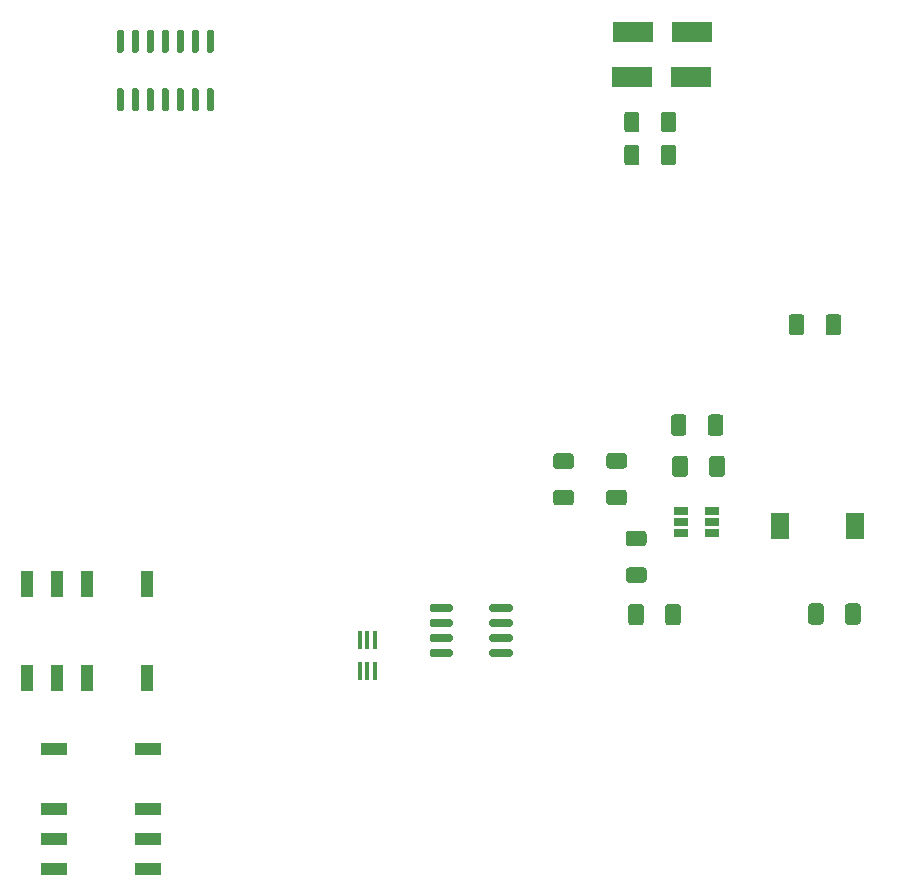
<source format=gbr>
%TF.GenerationSoftware,KiCad,Pcbnew,5.1.10-88a1d61d58~88~ubuntu18.04.1*%
%TF.CreationDate,2021-05-23T19:09:43+03:00*%
%TF.ProjectId,Micra Cruise Control Schemantics,4d696372-6120-4437-9275-69736520436f,rev?*%
%TF.SameCoordinates,Original*%
%TF.FileFunction,Paste,Top*%
%TF.FilePolarity,Positive*%
%FSLAX46Y46*%
G04 Gerber Fmt 4.6, Leading zero omitted, Abs format (unit mm)*
G04 Created by KiCad (PCBNEW 5.1.10-88a1d61d58~88~ubuntu18.04.1) date 2021-05-23 19:09:43*
%MOMM*%
%LPD*%
G01*
G04 APERTURE LIST*
%ADD10R,2.200000X1.000000*%
%ADD11R,1.000000X2.200000*%
%ADD12R,0.400000X1.500000*%
%ADD13R,1.220000X0.650000*%
%ADD14R,1.500000X2.200000*%
%ADD15R,3.500000X1.800000*%
G04 APERTURE END LIST*
D10*
%TO.C,K2*%
X55850000Y-117060000D03*
X63850000Y-117060000D03*
X55850000Y-111980000D03*
X55850000Y-106900000D03*
X63850000Y-111980000D03*
X63850000Y-106900000D03*
X55850000Y-114520000D03*
X63850000Y-114520000D03*
%TD*%
D11*
%TO.C,K1*%
X53610000Y-92950000D03*
X53610000Y-100950000D03*
X58690000Y-92950000D03*
X63770000Y-92950000D03*
X58690000Y-100950000D03*
X63770000Y-100950000D03*
X56150000Y-92950000D03*
X56150000Y-100950000D03*
%TD*%
D12*
%TO.C,U4*%
X83050000Y-100350000D03*
X82400000Y-100350000D03*
X81750000Y-100350000D03*
X81750000Y-97690000D03*
X82400000Y-97690000D03*
X83050000Y-97690000D03*
%TD*%
%TO.C,U3*%
G36*
G01*
X89633500Y-98643500D02*
X89633500Y-98968500D01*
G75*
G02*
X89471000Y-99131000I-162500J0D01*
G01*
X87821000Y-99131000D01*
G75*
G02*
X87658500Y-98968500I0J162500D01*
G01*
X87658500Y-98643500D01*
G75*
G02*
X87821000Y-98481000I162500J0D01*
G01*
X89471000Y-98481000D01*
G75*
G02*
X89633500Y-98643500I0J-162500D01*
G01*
G37*
G36*
G01*
X89633500Y-97373500D02*
X89633500Y-97698500D01*
G75*
G02*
X89471000Y-97861000I-162500J0D01*
G01*
X87821000Y-97861000D01*
G75*
G02*
X87658500Y-97698500I0J162500D01*
G01*
X87658500Y-97373500D01*
G75*
G02*
X87821000Y-97211000I162500J0D01*
G01*
X89471000Y-97211000D01*
G75*
G02*
X89633500Y-97373500I0J-162500D01*
G01*
G37*
G36*
G01*
X89633500Y-96103500D02*
X89633500Y-96428500D01*
G75*
G02*
X89471000Y-96591000I-162500J0D01*
G01*
X87821000Y-96591000D01*
G75*
G02*
X87658500Y-96428500I0J162500D01*
G01*
X87658500Y-96103500D01*
G75*
G02*
X87821000Y-95941000I162500J0D01*
G01*
X89471000Y-95941000D01*
G75*
G02*
X89633500Y-96103500I0J-162500D01*
G01*
G37*
G36*
G01*
X89633500Y-94833500D02*
X89633500Y-95158500D01*
G75*
G02*
X89471000Y-95321000I-162500J0D01*
G01*
X87821000Y-95321000D01*
G75*
G02*
X87658500Y-95158500I0J162500D01*
G01*
X87658500Y-94833500D01*
G75*
G02*
X87821000Y-94671000I162500J0D01*
G01*
X89471000Y-94671000D01*
G75*
G02*
X89633500Y-94833500I0J-162500D01*
G01*
G37*
G36*
G01*
X94708500Y-94833500D02*
X94708500Y-95158500D01*
G75*
G02*
X94546000Y-95321000I-162500J0D01*
G01*
X92896000Y-95321000D01*
G75*
G02*
X92733500Y-95158500I0J162500D01*
G01*
X92733500Y-94833500D01*
G75*
G02*
X92896000Y-94671000I162500J0D01*
G01*
X94546000Y-94671000D01*
G75*
G02*
X94708500Y-94833500I0J-162500D01*
G01*
G37*
G36*
G01*
X94708500Y-96103500D02*
X94708500Y-96428500D01*
G75*
G02*
X94546000Y-96591000I-162500J0D01*
G01*
X92896000Y-96591000D01*
G75*
G02*
X92733500Y-96428500I0J162500D01*
G01*
X92733500Y-96103500D01*
G75*
G02*
X92896000Y-95941000I162500J0D01*
G01*
X94546000Y-95941000D01*
G75*
G02*
X94708500Y-96103500I0J-162500D01*
G01*
G37*
G36*
G01*
X94708500Y-97373500D02*
X94708500Y-97698500D01*
G75*
G02*
X94546000Y-97861000I-162500J0D01*
G01*
X92896000Y-97861000D01*
G75*
G02*
X92733500Y-97698500I0J162500D01*
G01*
X92733500Y-97373500D01*
G75*
G02*
X92896000Y-97211000I162500J0D01*
G01*
X94546000Y-97211000D01*
G75*
G02*
X94708500Y-97373500I0J-162500D01*
G01*
G37*
G36*
G01*
X94708500Y-98643500D02*
X94708500Y-98968500D01*
G75*
G02*
X94546000Y-99131000I-162500J0D01*
G01*
X92896000Y-99131000D01*
G75*
G02*
X92733500Y-98968500I0J162500D01*
G01*
X92733500Y-98643500D01*
G75*
G02*
X92896000Y-98481000I162500J0D01*
G01*
X94546000Y-98481000D01*
G75*
G02*
X94708500Y-98643500I0J-162500D01*
G01*
G37*
%TD*%
%TO.C,U2*%
G36*
G01*
X61618000Y-47965000D02*
X61318000Y-47965000D01*
G75*
G02*
X61168000Y-47815000I0J150000D01*
G01*
X61168000Y-46165000D01*
G75*
G02*
X61318000Y-46015000I150000J0D01*
G01*
X61618000Y-46015000D01*
G75*
G02*
X61768000Y-46165000I0J-150000D01*
G01*
X61768000Y-47815000D01*
G75*
G02*
X61618000Y-47965000I-150000J0D01*
G01*
G37*
G36*
G01*
X62888000Y-47965000D02*
X62588000Y-47965000D01*
G75*
G02*
X62438000Y-47815000I0J150000D01*
G01*
X62438000Y-46165000D01*
G75*
G02*
X62588000Y-46015000I150000J0D01*
G01*
X62888000Y-46015000D01*
G75*
G02*
X63038000Y-46165000I0J-150000D01*
G01*
X63038000Y-47815000D01*
G75*
G02*
X62888000Y-47965000I-150000J0D01*
G01*
G37*
G36*
G01*
X64158000Y-47965000D02*
X63858000Y-47965000D01*
G75*
G02*
X63708000Y-47815000I0J150000D01*
G01*
X63708000Y-46165000D01*
G75*
G02*
X63858000Y-46015000I150000J0D01*
G01*
X64158000Y-46015000D01*
G75*
G02*
X64308000Y-46165000I0J-150000D01*
G01*
X64308000Y-47815000D01*
G75*
G02*
X64158000Y-47965000I-150000J0D01*
G01*
G37*
G36*
G01*
X65428000Y-47965000D02*
X65128000Y-47965000D01*
G75*
G02*
X64978000Y-47815000I0J150000D01*
G01*
X64978000Y-46165000D01*
G75*
G02*
X65128000Y-46015000I150000J0D01*
G01*
X65428000Y-46015000D01*
G75*
G02*
X65578000Y-46165000I0J-150000D01*
G01*
X65578000Y-47815000D01*
G75*
G02*
X65428000Y-47965000I-150000J0D01*
G01*
G37*
G36*
G01*
X66698000Y-47965000D02*
X66398000Y-47965000D01*
G75*
G02*
X66248000Y-47815000I0J150000D01*
G01*
X66248000Y-46165000D01*
G75*
G02*
X66398000Y-46015000I150000J0D01*
G01*
X66698000Y-46015000D01*
G75*
G02*
X66848000Y-46165000I0J-150000D01*
G01*
X66848000Y-47815000D01*
G75*
G02*
X66698000Y-47965000I-150000J0D01*
G01*
G37*
G36*
G01*
X67968000Y-47965000D02*
X67668000Y-47965000D01*
G75*
G02*
X67518000Y-47815000I0J150000D01*
G01*
X67518000Y-46165000D01*
G75*
G02*
X67668000Y-46015000I150000J0D01*
G01*
X67968000Y-46015000D01*
G75*
G02*
X68118000Y-46165000I0J-150000D01*
G01*
X68118000Y-47815000D01*
G75*
G02*
X67968000Y-47965000I-150000J0D01*
G01*
G37*
G36*
G01*
X69238000Y-47965000D02*
X68938000Y-47965000D01*
G75*
G02*
X68788000Y-47815000I0J150000D01*
G01*
X68788000Y-46165000D01*
G75*
G02*
X68938000Y-46015000I150000J0D01*
G01*
X69238000Y-46015000D01*
G75*
G02*
X69388000Y-46165000I0J-150000D01*
G01*
X69388000Y-47815000D01*
G75*
G02*
X69238000Y-47965000I-150000J0D01*
G01*
G37*
G36*
G01*
X69238000Y-52915000D02*
X68938000Y-52915000D01*
G75*
G02*
X68788000Y-52765000I0J150000D01*
G01*
X68788000Y-51115000D01*
G75*
G02*
X68938000Y-50965000I150000J0D01*
G01*
X69238000Y-50965000D01*
G75*
G02*
X69388000Y-51115000I0J-150000D01*
G01*
X69388000Y-52765000D01*
G75*
G02*
X69238000Y-52915000I-150000J0D01*
G01*
G37*
G36*
G01*
X67968000Y-52915000D02*
X67668000Y-52915000D01*
G75*
G02*
X67518000Y-52765000I0J150000D01*
G01*
X67518000Y-51115000D01*
G75*
G02*
X67668000Y-50965000I150000J0D01*
G01*
X67968000Y-50965000D01*
G75*
G02*
X68118000Y-51115000I0J-150000D01*
G01*
X68118000Y-52765000D01*
G75*
G02*
X67968000Y-52915000I-150000J0D01*
G01*
G37*
G36*
G01*
X66698000Y-52915000D02*
X66398000Y-52915000D01*
G75*
G02*
X66248000Y-52765000I0J150000D01*
G01*
X66248000Y-51115000D01*
G75*
G02*
X66398000Y-50965000I150000J0D01*
G01*
X66698000Y-50965000D01*
G75*
G02*
X66848000Y-51115000I0J-150000D01*
G01*
X66848000Y-52765000D01*
G75*
G02*
X66698000Y-52915000I-150000J0D01*
G01*
G37*
G36*
G01*
X65428000Y-52915000D02*
X65128000Y-52915000D01*
G75*
G02*
X64978000Y-52765000I0J150000D01*
G01*
X64978000Y-51115000D01*
G75*
G02*
X65128000Y-50965000I150000J0D01*
G01*
X65428000Y-50965000D01*
G75*
G02*
X65578000Y-51115000I0J-150000D01*
G01*
X65578000Y-52765000D01*
G75*
G02*
X65428000Y-52915000I-150000J0D01*
G01*
G37*
G36*
G01*
X64158000Y-52915000D02*
X63858000Y-52915000D01*
G75*
G02*
X63708000Y-52765000I0J150000D01*
G01*
X63708000Y-51115000D01*
G75*
G02*
X63858000Y-50965000I150000J0D01*
G01*
X64158000Y-50965000D01*
G75*
G02*
X64308000Y-51115000I0J-150000D01*
G01*
X64308000Y-52765000D01*
G75*
G02*
X64158000Y-52915000I-150000J0D01*
G01*
G37*
G36*
G01*
X62888000Y-52915000D02*
X62588000Y-52915000D01*
G75*
G02*
X62438000Y-52765000I0J150000D01*
G01*
X62438000Y-51115000D01*
G75*
G02*
X62588000Y-50965000I150000J0D01*
G01*
X62888000Y-50965000D01*
G75*
G02*
X63038000Y-51115000I0J-150000D01*
G01*
X63038000Y-52765000D01*
G75*
G02*
X62888000Y-52915000I-150000J0D01*
G01*
G37*
G36*
G01*
X61618000Y-52915000D02*
X61318000Y-52915000D01*
G75*
G02*
X61168000Y-52765000I0J150000D01*
G01*
X61168000Y-51115000D01*
G75*
G02*
X61318000Y-50965000I150000J0D01*
G01*
X61618000Y-50965000D01*
G75*
G02*
X61768000Y-51115000I0J-150000D01*
G01*
X61768000Y-52765000D01*
G75*
G02*
X61618000Y-52915000I-150000J0D01*
G01*
G37*
%TD*%
D13*
%TO.C,U1*%
X108966000Y-88646000D03*
X108966000Y-87696000D03*
X108966000Y-86746000D03*
X111586000Y-86746000D03*
X111586000Y-87696000D03*
X111586000Y-88646000D03*
%TD*%
%TO.C,R27*%
G36*
G01*
X104531000Y-91552000D02*
X105781000Y-91552000D01*
G75*
G02*
X106031000Y-91802000I0J-250000D01*
G01*
X106031000Y-92602000D01*
G75*
G02*
X105781000Y-92852000I-250000J0D01*
G01*
X104531000Y-92852000D01*
G75*
G02*
X104281000Y-92602000I0J250000D01*
G01*
X104281000Y-91802000D01*
G75*
G02*
X104531000Y-91552000I250000J0D01*
G01*
G37*
G36*
G01*
X104531000Y-88452000D02*
X105781000Y-88452000D01*
G75*
G02*
X106031000Y-88702000I0J-250000D01*
G01*
X106031000Y-89502000D01*
G75*
G02*
X105781000Y-89752000I-250000J0D01*
G01*
X104531000Y-89752000D01*
G75*
G02*
X104281000Y-89502000I0J250000D01*
G01*
X104281000Y-88702000D01*
G75*
G02*
X104531000Y-88452000I250000J0D01*
G01*
G37*
%TD*%
%TO.C,R16*%
G36*
G01*
X105430000Y-53219000D02*
X105430000Y-54469000D01*
G75*
G02*
X105180000Y-54719000I-250000J0D01*
G01*
X104380000Y-54719000D01*
G75*
G02*
X104130000Y-54469000I0J250000D01*
G01*
X104130000Y-53219000D01*
G75*
G02*
X104380000Y-52969000I250000J0D01*
G01*
X105180000Y-52969000D01*
G75*
G02*
X105430000Y-53219000I0J-250000D01*
G01*
G37*
G36*
G01*
X108530000Y-53219000D02*
X108530000Y-54469000D01*
G75*
G02*
X108280000Y-54719000I-250000J0D01*
G01*
X107480000Y-54719000D01*
G75*
G02*
X107230000Y-54469000I0J250000D01*
G01*
X107230000Y-53219000D01*
G75*
G02*
X107480000Y-52969000I250000J0D01*
G01*
X108280000Y-52969000D01*
G75*
G02*
X108530000Y-53219000I0J-250000D01*
G01*
G37*
%TD*%
%TO.C,R15*%
G36*
G01*
X107230000Y-57263000D02*
X107230000Y-56013000D01*
G75*
G02*
X107480000Y-55763000I250000J0D01*
G01*
X108280000Y-55763000D01*
G75*
G02*
X108530000Y-56013000I0J-250000D01*
G01*
X108530000Y-57263000D01*
G75*
G02*
X108280000Y-57513000I-250000J0D01*
G01*
X107480000Y-57513000D01*
G75*
G02*
X107230000Y-57263000I0J250000D01*
G01*
G37*
G36*
G01*
X104130000Y-57263000D02*
X104130000Y-56013000D01*
G75*
G02*
X104380000Y-55763000I250000J0D01*
G01*
X105180000Y-55763000D01*
G75*
G02*
X105430000Y-56013000I0J-250000D01*
G01*
X105430000Y-57263000D01*
G75*
G02*
X105180000Y-57513000I-250000J0D01*
G01*
X104380000Y-57513000D01*
G75*
G02*
X104130000Y-57263000I0J250000D01*
G01*
G37*
%TD*%
%TO.C,R2*%
G36*
G01*
X99625000Y-83200000D02*
X98375000Y-83200000D01*
G75*
G02*
X98125000Y-82950000I0J250000D01*
G01*
X98125000Y-82150000D01*
G75*
G02*
X98375000Y-81900000I250000J0D01*
G01*
X99625000Y-81900000D01*
G75*
G02*
X99875000Y-82150000I0J-250000D01*
G01*
X99875000Y-82950000D01*
G75*
G02*
X99625000Y-83200000I-250000J0D01*
G01*
G37*
G36*
G01*
X99625000Y-86300000D02*
X98375000Y-86300000D01*
G75*
G02*
X98125000Y-86050000I0J250000D01*
G01*
X98125000Y-85250000D01*
G75*
G02*
X98375000Y-85000000I250000J0D01*
G01*
X99625000Y-85000000D01*
G75*
G02*
X99875000Y-85250000I0J-250000D01*
G01*
X99875000Y-86050000D01*
G75*
G02*
X99625000Y-86300000I-250000J0D01*
G01*
G37*
%TD*%
%TO.C,R1*%
G36*
G01*
X102875000Y-84974000D02*
X104125000Y-84974000D01*
G75*
G02*
X104375000Y-85224000I0J-250000D01*
G01*
X104375000Y-86024000D01*
G75*
G02*
X104125000Y-86274000I-250000J0D01*
G01*
X102875000Y-86274000D01*
G75*
G02*
X102625000Y-86024000I0J250000D01*
G01*
X102625000Y-85224000D01*
G75*
G02*
X102875000Y-84974000I250000J0D01*
G01*
G37*
G36*
G01*
X102875000Y-81874000D02*
X104125000Y-81874000D01*
G75*
G02*
X104375000Y-82124000I0J-250000D01*
G01*
X104375000Y-82924000D01*
G75*
G02*
X104125000Y-83174000I-250000J0D01*
G01*
X102875000Y-83174000D01*
G75*
G02*
X102625000Y-82924000I0J250000D01*
G01*
X102625000Y-82124000D01*
G75*
G02*
X102875000Y-81874000I250000J0D01*
G01*
G37*
%TD*%
D14*
%TO.C,L1*%
X123700000Y-88000000D03*
X117300000Y-88000000D03*
%TD*%
%TO.C,F1*%
G36*
G01*
X119387500Y-70349999D02*
X119387500Y-71650001D01*
G75*
G02*
X119137501Y-71900000I-249999J0D01*
G01*
X118312499Y-71900000D01*
G75*
G02*
X118062500Y-71650001I0J249999D01*
G01*
X118062500Y-70349999D01*
G75*
G02*
X118312499Y-70100000I249999J0D01*
G01*
X119137501Y-70100000D01*
G75*
G02*
X119387500Y-70349999I0J-249999D01*
G01*
G37*
G36*
G01*
X122512500Y-70349999D02*
X122512500Y-71650001D01*
G75*
G02*
X122262501Y-71900000I-249999J0D01*
G01*
X121437499Y-71900000D01*
G75*
G02*
X121187500Y-71650001I0J249999D01*
G01*
X121187500Y-70349999D01*
G75*
G02*
X121437499Y-70100000I249999J0D01*
G01*
X122262501Y-70100000D01*
G75*
G02*
X122512500Y-70349999I0J-249999D01*
G01*
G37*
%TD*%
D15*
%TO.C,D8*%
X109860000Y-46224000D03*
X104860000Y-46224000D03*
%TD*%
%TO.C,D7*%
X109780000Y-50034000D03*
X104780000Y-50034000D03*
%TD*%
%TO.C,C4*%
G36*
G01*
X122837500Y-96150001D02*
X122837500Y-94849999D01*
G75*
G02*
X123087499Y-94600000I249999J0D01*
G01*
X123912501Y-94600000D01*
G75*
G02*
X124162500Y-94849999I0J-249999D01*
G01*
X124162500Y-96150001D01*
G75*
G02*
X123912501Y-96400000I-249999J0D01*
G01*
X123087499Y-96400000D01*
G75*
G02*
X122837500Y-96150001I0J249999D01*
G01*
G37*
G36*
G01*
X119712500Y-96150001D02*
X119712500Y-94849999D01*
G75*
G02*
X119962499Y-94600000I249999J0D01*
G01*
X120787501Y-94600000D01*
G75*
G02*
X121037500Y-94849999I0J-249999D01*
G01*
X121037500Y-96150001D01*
G75*
G02*
X120787501Y-96400000I-249999J0D01*
G01*
X119962499Y-96400000D01*
G75*
G02*
X119712500Y-96150001I0J249999D01*
G01*
G37*
%TD*%
%TO.C,C3*%
G36*
G01*
X105800000Y-94899999D02*
X105800000Y-96200001D01*
G75*
G02*
X105550001Y-96450000I-249999J0D01*
G01*
X104724999Y-96450000D01*
G75*
G02*
X104475000Y-96200001I0J249999D01*
G01*
X104475000Y-94899999D01*
G75*
G02*
X104724999Y-94650000I249999J0D01*
G01*
X105550001Y-94650000D01*
G75*
G02*
X105800000Y-94899999I0J-249999D01*
G01*
G37*
G36*
G01*
X108925000Y-94899999D02*
X108925000Y-96200001D01*
G75*
G02*
X108675001Y-96450000I-249999J0D01*
G01*
X107849999Y-96450000D01*
G75*
G02*
X107600000Y-96200001I0J249999D01*
G01*
X107600000Y-94899999D01*
G75*
G02*
X107849999Y-94650000I249999J0D01*
G01*
X108675001Y-94650000D01*
G75*
G02*
X108925000Y-94899999I0J-249999D01*
G01*
G37*
%TD*%
%TO.C,C2*%
G36*
G01*
X109537500Y-82349999D02*
X109537500Y-83650001D01*
G75*
G02*
X109287501Y-83900000I-249999J0D01*
G01*
X108462499Y-83900000D01*
G75*
G02*
X108212500Y-83650001I0J249999D01*
G01*
X108212500Y-82349999D01*
G75*
G02*
X108462499Y-82100000I249999J0D01*
G01*
X109287501Y-82100000D01*
G75*
G02*
X109537500Y-82349999I0J-249999D01*
G01*
G37*
G36*
G01*
X112662500Y-82349999D02*
X112662500Y-83650001D01*
G75*
G02*
X112412501Y-83900000I-249999J0D01*
G01*
X111587499Y-83900000D01*
G75*
G02*
X111337500Y-83650001I0J249999D01*
G01*
X111337500Y-82349999D01*
G75*
G02*
X111587499Y-82100000I249999J0D01*
G01*
X112412501Y-82100000D01*
G75*
G02*
X112662500Y-82349999I0J-249999D01*
G01*
G37*
%TD*%
%TO.C,C1*%
G36*
G01*
X109412500Y-78849999D02*
X109412500Y-80150001D01*
G75*
G02*
X109162501Y-80400000I-249999J0D01*
G01*
X108337499Y-80400000D01*
G75*
G02*
X108087500Y-80150001I0J249999D01*
G01*
X108087500Y-78849999D01*
G75*
G02*
X108337499Y-78600000I249999J0D01*
G01*
X109162501Y-78600000D01*
G75*
G02*
X109412500Y-78849999I0J-249999D01*
G01*
G37*
G36*
G01*
X112537500Y-78849999D02*
X112537500Y-80150001D01*
G75*
G02*
X112287501Y-80400000I-249999J0D01*
G01*
X111462499Y-80400000D01*
G75*
G02*
X111212500Y-80150001I0J249999D01*
G01*
X111212500Y-78849999D01*
G75*
G02*
X111462499Y-78600000I249999J0D01*
G01*
X112287501Y-78600000D01*
G75*
G02*
X112537500Y-78849999I0J-249999D01*
G01*
G37*
%TD*%
M02*

</source>
